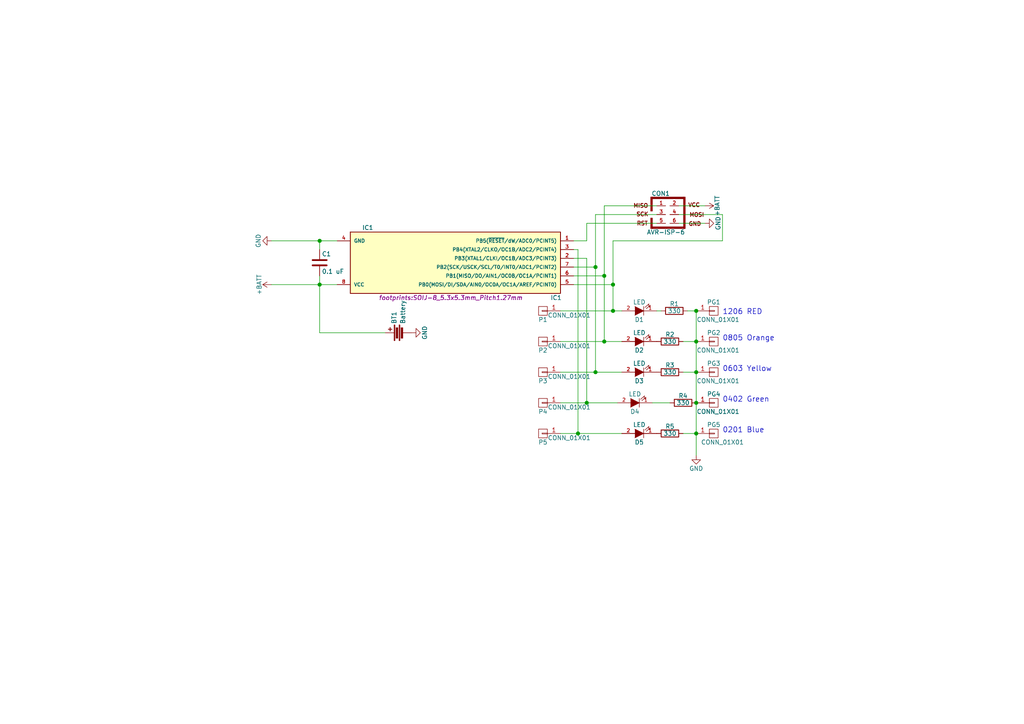
<source format=kicad_sch>
(kicad_sch (version 20200828) (generator eeschema)
  (page 3 3)
  (paper "A4")
  (title_block (title "SMD Challenge") (date "2020-10-05") (company "Original design by MakersBox, modified for Remoticon badge by @thomasflummer") (comment 1 "CC-BY-SA"))
  (lib_symbols
    (symbol "schematic:+BATT" (power) (pin_names (offset 0))
      (property "Value" "+BATT" (at 0 3.556 0))
      (symbol "+BATT_0_1"
        (polyline (pts (xy -0.762 1.27) (xy 0 2.54)))
        (polyline (pts (xy 0 0) (xy 0 2.54)))
        (polyline (pts (xy 0 2.54) (xy 0.762 1.27)))
      )
      (symbol "+BATT_1_1"
        (pin power_in line (at 0 0 90) (length 0) hide (name "+BATT") (number "1"))
      )
    )
    (symbol "schematic:ATTINY85-S" (pin_names (offset 1.016))
      (property "Reference" "IC" (at -29.21 10.16 0))
      (property "Value" "ATTINY85-S" (at 25.4 -10.16 0))
      (property "Footprint" "SO8-200" (at 24.13 0 0))
      (symbol "ATTINY85-S_0_1"
        (rectangle (start -30.48 8.89) (end 30.48 -8.89) (stroke (width 0.254)) (fill (type background)))
      )
      (symbol "ATTINY85-S_1_1"
        (pin bidirectional line (at -34.29 -6.35 0) (length 3.81) (name "PB5(~RESET~/dW/ADC0/PCINT5)") (number "1"))
        (pin bidirectional line (at -34.29 -1.27 0) (length 3.81) (name "PB3(XTAL1/CLKI/OC1B/ADC3/PCINT3)") (number "2"))
        (pin bidirectional line (at -34.29 -3.81 0) (length 3.81) (name "PB4(XTAL2/CLKO/OC1B/ADC2/PCINT4)") (number "3"))
        (pin power_in line (at 34.29 -6.35 180) (length 3.81) (name "GND") (number "4"))
        (pin bidirectional line (at -34.29 6.35 0) (length 3.81) (name "PB0(MOSI/DI/SDA/AIN0/OC0A/OC1A/AREF/PCINT0)") (number "5"))
        (pin bidirectional line (at -34.29 3.81 0) (length 3.81) (name "PB1(MISO/DO/AIN1/OC0B/OC1A/PCINT1)") (number "6"))
        (pin bidirectional line (at -34.29 1.27 0) (length 3.81) (name "PB2(SCK/USCK/SCL/T0/INT0/ADC1/PCINT2)") (number "7"))
        (pin power_in line (at 34.29 6.35 180) (length 3.81) (name "VCC") (number "8"))
      )
    )
    (symbol "schematic:AVR-ISP-6" (pin_names (offset 1.016))
      (property "Reference" "CON" (at -2.667 6.096 0))
      (property "Value" "AVR-ISP-6" (at -6.731 -5.842 0))
      (symbol "AVR-ISP-6_0_0"
        (text "SCK" (at -8.001 0.127 0) (effects (font (size 1.143 1.143) bold)))
        (text "VCC" (at 6.985 2.794 0) (effects (font (size 1.143 1.143) bold)))
      )
      (symbol "AVR-ISP-6_1_0"
        (text "GND" (at 7.239 -2.667 0) (effects (font (size 1.143 1.143) bold)))
        (text "MISO" (at -8.4582 2.5908 0) (effects (font (size 1.143 1.143) bold)))
        (text "MOSI" (at 7.7978 -0.0508 0) (effects (font (size 1.143 1.143) bold)))
        (text "RST" (at -8.001 -2.54 0) (effects (font (size 1.143 1.143) bold)))
      )
      (symbol "AVR-ISP-6_0_1"
        (rectangle (start -5.207 -3.556) (end 4.191 -4.064) (fill (type outline)))
        (rectangle (start -5.207 5.08) (end 3.937 4.572) (fill (type outline)))
        (rectangle (start -5.08 -4.064) (end -5.588 -1.016) (fill (type outline)))
        (rectangle (start -5.08 5.08) (end -5.588 1.016) (fill (type outline)))
        (rectangle (start 3.937 5.08) (end 4.445 -4.064) (fill (type outline)))
      )
      (symbol "AVR-ISP-6_1_1"
        (pin passive line (at -3.81 2.54 0) (length 2.54) (name "~") (number "1"))
        (pin passive line (at 2.54 2.54 180) (length 2.54) (name "~") (number "2"))
        (pin passive line (at -3.81 0 0) (length 2.54) (name "~") (number "3"))
        (pin passive line (at 2.54 0 180) (length 2.54) (name "~") (number "4"))
        (pin passive line (at -3.81 -2.54 0) (length 2.54) (name "~") (number "5"))
        (pin passive line (at 2.54 -2.54 180) (length 2.54) (name "~") (number "6"))
      )
    )
    (symbol "schematic:Battery" (pin_numbers hide) (pin_names (offset 0))
      (property "Reference" "BT" (at 2.54 1.27 0))
      (property "Value" "Battery" (at 2.54 -1.27 0))
      (symbol "Battery_0_1"
        (rectangle (start -2.286 -0.1778) (end 2.286 -0.4318) (fill (type outline)))
        (rectangle (start -2.286 1.27) (end 2.286 1.016) (fill (type outline)))
        (rectangle (start -1.5748 -0.762) (end 1.4732 -1.27) (fill (type outline)))
        (rectangle (start -1.5748 0.6858) (end 1.4732 0.1778) (fill (type outline)))
        (polyline (pts (xy 0.508 2.413) (xy 1.524 2.413)) (stroke (width 0.254)))
        (polyline (pts (xy 1.016 2.921) (xy 1.016 1.905)) (stroke (width 0.254)))
      )
      (symbol "Battery_1_1"
        (pin passive line (at 0 3.81 270) (length 2.54) (name "~") (number "1"))
        (pin passive line (at 0 -3.81 90) (length 2.54) (name "~") (number "2"))
      )
    )
    (symbol "schematic:C" (pin_numbers hide) (pin_names (offset 0.254))
      (property "Reference" "C" (at 0.635 2.54 0))
      (property "Value" "C" (at 0.635 -2.54 0))
      (symbol "C_0_1"
        (polyline (pts (xy -2.032 -0.762) (xy 2.032 -0.762)) (stroke (width 0.508)))
        (polyline (pts (xy -2.032 0.762) (xy 2.032 0.762)) (stroke (width 0.508)))
      )
      (symbol "C_1_1"
        (pin passive line (at 0 3.81 270) (length 2.794) (name "~") (number "1"))
        (pin passive line (at 0 -3.81 90) (length 2.794) (name "~") (number "2"))
      )
    )
    (symbol "schematic:CONN_01X01" (pin_names (offset 1.016) hide)
      (property "Reference" "P" (at 0 2.54 0))
      (property "Value" "CONN_01X01" (at 2.54 0 90))
      (symbol "CONN_01X01_0_1"
        (rectangle (start -1.27 0.127) (end 0.254 -0.127))
        (rectangle (start -1.27 1.27) (end 1.27 -1.27))
      )
      (symbol "CONN_01X01_1_1"
        (pin passive line (at -5.08 0 0) (length 3.81) (name "P1") (number "1"))
      )
    )
    (symbol "schematic:GND" (power) (pin_names (offset 0))
      (property "Value" "GND" (at 0 -3.81 0))
      (symbol "GND_0_1"
        (polyline (pts (xy 0 0) (xy 0 -1.27) (xy 1.27 -1.27) (xy 0 -2.54) (xy -1.27 -1.27) (xy 0 -1.27)))
      )
      (symbol "GND_1_1"
        (pin power_in line (at 0 0 270) (length 0) hide (name "GND") (number "1"))
      )
    )
    (symbol "schematic:LED" (pin_names (offset 1.016) hide)
      (property "Reference" "D" (at 0 2.54 0))
      (property "Value" "LED" (at 0 -2.54 0))
      (symbol "LED_0_1"
        (polyline (pts (xy -1.27 1.27) (xy -1.27 -1.27)))
        (polyline (pts (xy -2.032 -0.635) (xy -3.175 -1.651) (xy -3.048 -1.016)))
        (polyline (pts (xy -1.651 -1.016) (xy -2.794 -2.032) (xy -2.667 -1.397)))
        (polyline (pts (xy 1.27 1.27) (xy -1.27 0) (xy 1.27 -1.27)) (fill (type outline)))
      )
      (symbol "LED_1_1"
        (pin passive line (at -5.08 0 0) (length 3.81) (name "K") (number "1"))
        (pin passive line (at 5.08 0 180) (length 3.81) (name "A") (number "2"))
      )
    )
    (symbol "schematic:R" (pin_numbers hide) (pin_names (offset 0))
      (property "Reference" "R" (at 2.032 0 90))
      (property "Value" "R" (at 0 0 90))
      (symbol "R_0_1"
        (rectangle (start -1.016 -2.54) (end 1.016 2.54) (stroke (width 0.254)))
      )
      (symbol "R_1_1"
        (pin passive line (at 0 3.81 270) (length 1.27) (name "~") (number "1"))
        (pin passive line (at 0 -3.81 90) (length 1.27) (name "~") (number "2"))
      )
    )
  )
  (junction (at 92.71 69.85) (diameter 1.016))
  (junction (at 92.71 82.55) (diameter 1.016))
  (junction (at 167.64 125.73) (diameter 1.016))
  (junction (at 170.18 116.84) (diameter 1.016))
  (junction (at 172.72 77.47) (diameter 1.016))
  (junction (at 172.72 107.95) (diameter 1.016))
  (junction (at 175.26 80.01) (diameter 1.016))
  (junction (at 175.26 99.06) (diameter 1.016))
  (junction (at 177.8 82.55) (diameter 1.016))
  (junction (at 177.8 90.17) (diameter 1.016))
  (junction (at 201.93 90.17) (diameter 1.016))
  (junction (at 201.93 99.06) (diameter 1.016))
  (junction (at 201.93 107.95) (diameter 1.016))
  (junction (at 201.93 116.84) (diameter 1.016))
  (junction (at 201.93 125.73) (diameter 1.016))
  (wire (pts (xy 78.74 69.85) (xy 92.71 69.85)))
  (wire (pts (xy 78.74 82.55) (xy 92.71 82.55)))
  (wire (pts (xy 92.71 69.85) (xy 97.79 69.85)))
  (wire (pts (xy 92.71 72.39) (xy 92.71 69.85)))
  (wire (pts (xy 92.71 80.01) (xy 92.71 82.55)))
  (wire (pts (xy 92.71 82.55) (xy 92.71 96.52)))
  (wire (pts (xy 92.71 82.55) (xy 97.79 82.55)))
  (wire (pts (xy 92.71 96.52) (xy 111.76 96.52)))
  (wire (pts (xy 162.56 90.17) (xy 177.8 90.17)))
  (wire (pts (xy 162.56 99.06) (xy 175.26 99.06)))
  (wire (pts (xy 162.56 107.95) (xy 172.72 107.95)))
  (wire (pts (xy 162.56 116.84) (xy 170.18 116.84)))
  (wire (pts (xy 162.56 125.73) (xy 167.64 125.73)))
  (wire (pts (xy 166.37 69.85) (xy 170.18 69.85)))
  (wire (pts (xy 166.37 72.39) (xy 167.64 72.39)))
  (wire (pts (xy 166.37 74.93) (xy 170.18 74.93)))
  (wire (pts (xy 166.37 77.47) (xy 172.72 77.47)))
  (wire (pts (xy 166.37 80.01) (xy 175.26 80.01)))
  (wire (pts (xy 166.37 82.55) (xy 177.8 82.55)))
  (wire (pts (xy 167.64 72.39) (xy 167.64 125.73)))
  (wire (pts (xy 167.64 125.73) (xy 180.34 125.73)))
  (wire (pts (xy 170.18 64.77) (xy 190.5 64.77)))
  (wire (pts (xy 170.18 69.85) (xy 170.18 64.77)))
  (wire (pts (xy 170.18 74.93) (xy 170.18 116.84)))
  (wire (pts (xy 170.18 116.84) (xy 179.07 116.84)))
  (wire (pts (xy 172.72 62.23) (xy 172.72 77.47)))
  (wire (pts (xy 172.72 62.23) (xy 190.5 62.23)))
  (wire (pts (xy 172.72 77.47) (xy 172.72 107.95)))
  (wire (pts (xy 172.72 107.95) (xy 180.34 107.95)))
  (wire (pts (xy 175.26 59.69) (xy 175.26 80.01)))
  (wire (pts (xy 175.26 59.69) (xy 190.5 59.69)))
  (wire (pts (xy 175.26 80.01) (xy 175.26 99.06)))
  (wire (pts (xy 175.26 99.06) (xy 180.34 99.06)))
  (wire (pts (xy 177.8 69.85) (xy 177.8 82.55)))
  (wire (pts (xy 177.8 82.55) (xy 177.8 90.17)))
  (wire (pts (xy 177.8 90.17) (xy 180.34 90.17)))
  (wire (pts (xy 189.23 116.84) (xy 194.31 116.84)))
  (wire (pts (xy 190.5 90.17) (xy 191.77 90.17)))
  (wire (pts (xy 196.85 62.23) (xy 209.55 62.23)))
  (wire (pts (xy 198.12 99.06) (xy 201.93 99.06)))
  (wire (pts (xy 199.39 90.17) (xy 201.93 90.17)))
  (wire (pts (xy 201.93 90.17) (xy 201.93 99.06)))
  (wire (pts (xy 201.93 99.06) (xy 201.93 107.95)))
  (wire (pts (xy 201.93 107.95) (xy 198.12 107.95)))
  (wire (pts (xy 201.93 107.95) (xy 201.93 116.84)))
  (wire (pts (xy 201.93 116.84) (xy 201.93 125.73)))
  (wire (pts (xy 201.93 125.73) (xy 198.12 125.73)))
  (wire (pts (xy 201.93 125.73) (xy 201.93 132.08)))
  (wire (pts (xy 204.47 59.69) (xy 196.85 59.69)))
  (wire (pts (xy 204.47 64.77) (xy 196.85 64.77)))
  (wire (pts (xy 209.55 62.23) (xy 209.55 69.85)))
  (wire (pts (xy 209.55 69.85) (xy 177.8 69.85)))
  (text "1206 RED" (at 209.55 91.44 0) (effects (font (size 1.524 1.524)) (justify left bottom)))
  (text "0805 Orange" (at 209.55 99.06 0) (effects (font (size 1.524 1.524)) (justify left bottom)))
  (text "0603 Yellow" (at 209.55 107.95 0) (effects (font (size 1.524 1.524)) (justify left bottom)))
  (text "0402 Green" (at 209.55 116.84 0) (effects (font (size 1.524 1.524)) (justify left bottom)))
  (text "0201 Blue" (at 209.55 125.73 0) (effects (font (size 1.524 1.524)) (justify left bottom)))
  (symbol (lib_id "schematic:+BATT") (at 78.74 82.55 90) (unit 1)
    (property "Reference" "#PWR04" (effects hide))
    (property "Value" "+BATT" (at 75.184 82.55 0))
  )
  (symbol (lib_id "schematic:+BATT") (at 204.47 59.69 270) (unit 1)
    (property "Reference" "#PWR01" (effects hide))
    (property "Value" "+BATT" (at 208.026 59.69 0))
  )
  (symbol (lib_id "schematic:GND") (at 78.74 69.85 270) (unit 1)
    (property "Reference" "#PWR03" (effects hide))
    (property "Value" "GND" (at 74.93 69.85 0))
  )
  (symbol (lib_id "schematic:GND") (at 119.38 96.52 90) (unit 1)
    (property "Reference" "#PWR05" (effects hide))
    (property "Value" "GND" (at 123.19 96.52 0))
  )
  (symbol (lib_id "schematic:GND") (at 201.93 132.08 0) (unit 1)
    (property "Reference" "#PWR06" (effects hide))
    (property "Value" "GND" (at 201.93 135.89 0))
  )
  (symbol (lib_id "schematic:GND") (at 204.47 64.77 90) (unit 1)
    (property "Reference" "#PWR02" (effects hide))
    (property "Value" "GND" (at 208.28 64.77 0))
  )
  (symbol (lib_id "schematic:CONN_01X01") (at 157.48 90.17 180) (unit 1)
    (property "Reference" "P1" (at 157.48 92.71 0))
    (property "Value" "CONN_01X01" (at 165.1 91.44 0))
    (property "Footprint" "footprints:testPad" (effects hide))
  )
  (symbol (lib_id "schematic:CONN_01X01") (at 157.48 99.06 180) (unit 1)
    (property "Reference" "P2" (at 157.48 101.6 0))
    (property "Value" "CONN_01X01" (at 165.1 100.33 0))
    (property "Footprint" "footprints:testPad" (effects hide))
  )
  (symbol (lib_id "schematic:CONN_01X01") (at 157.48 107.95 180) (unit 1)
    (property "Reference" "P3" (at 157.48 110.49 0))
    (property "Value" "CONN_01X01" (at 165.1 109.22 0))
    (property "Footprint" "footprints:testPad" (effects hide))
  )
  (symbol (lib_id "schematic:CONN_01X01") (at 157.48 116.84 180) (unit 1)
    (property "Reference" "P4" (at 157.48 119.38 0))
    (property "Value" "CONN_01X01" (at 165.1 118.11 0))
    (property "Footprint" "footprints:testPad" (effects hide))
  )
  (symbol (lib_id "schematic:CONN_01X01") (at 157.48 125.73 180) (unit 1)
    (property "Reference" "P5" (at 157.48 128.27 0))
    (property "Value" "CONN_01X01" (at 165.1 127 0))
    (property "Footprint" "footprints:testPad" (effects hide))
  )
  (symbol (lib_id "schematic:CONN_01X01") (at 207.01 90.17 0) (unit 1)
    (property "Reference" "PG1" (at 207.01 87.63 0))
    (property "Value" "CONN_01X01" (at 208.28 92.71 0))
    (property "Footprint" "footprints:testPad" (effects hide))
  )
  (symbol (lib_id "schematic:CONN_01X01") (at 207.01 99.06 0) (unit 1)
    (property "Reference" "PG2" (at 207.01 96.52 0))
    (property "Value" "CONN_01X01" (at 208.28 101.6 0))
    (property "Footprint" "footprints:testPad" (effects hide))
  )
  (symbol (lib_id "schematic:CONN_01X01") (at 207.01 107.95 0) (unit 1)
    (property "Reference" "PG3" (at 207.01 105.41 0))
    (property "Value" "CONN_01X01" (at 208.28 110.49 0))
    (property "Footprint" "footprints:testPad" (effects hide))
  )
  (symbol (lib_id "schematic:CONN_01X01") (at 207.01 116.84 0) (unit 1)
    (property "Reference" "PG4" (at 207.01 114.3 0))
    (property "Value" "CONN_01X01" (at 208.28 119.38 0))
    (property "Footprint" "footprints:testPad" (effects hide))
  )
  (symbol (lib_id "schematic:CONN_01X01") (at 207.01 125.73 0) (unit 1)
    (property "Reference" "PG5" (at 207.01 123.19 0))
    (property "Value" "CONN_01X01" (at 209.55 128.27 0))
    (property "Footprint" "footprints:testPad" (effects hide))
  )
  (symbol (lib_id "schematic:R") (at 194.31 99.06 90) (unit 1)
    (property "Reference" "R2" (at 194.31 97.028 90))
    (property "Value" "330" (at 194.31 99.06 90))
    (property "Footprint" "footprints:R_0805" (effects hide))
  )
  (symbol (lib_id "schematic:R") (at 194.31 107.95 90) (unit 1)
    (property "Reference" "R3" (at 194.31 105.918 90))
    (property "Value" "330" (at 194.31 107.95 90))
    (property "Footprint" "footprints:R_0603" (effects hide))
  )
  (symbol (lib_id "schematic:R") (at 194.31 125.73 90) (unit 1)
    (property "Reference" "R5" (at 194.31 123.698 90))
    (property "Value" "330" (at 194.31 125.73 90))
    (property "Footprint" "footprints:R_0201" (effects hide))
  )
  (symbol (lib_id "schematic:R") (at 195.58 90.17 90) (unit 1)
    (property "Reference" "R1" (at 195.58 88.138 90))
    (property "Value" "330" (at 195.58 90.17 90))
    (property "Footprint" "footprints:R_1206" (effects hide))
  )
  (symbol (lib_id "schematic:R") (at 198.12 116.84 90) (unit 1)
    (property "Reference" "R4" (at 198.12 114.808 90))
    (property "Value" "330" (at 198.12 116.84 90))
    (property "Footprint" "footprints:R_0402" (effects hide))
  )
  (symbol (lib_id "schematic:LED") (at 184.15 116.84 180) (unit 1)
    (property "Reference" "D4" (at 184.15 119.38 0))
    (property "Value" "LED" (at 184.15 114.3 0))
    (property "Footprint" "footprints:LED_0402" (effects hide))
  )
  (symbol (lib_id "schematic:LED") (at 185.42 90.17 180) (unit 1)
    (property "Reference" "D1" (at 185.42 92.71 0))
    (property "Value" "LED" (at 185.42 87.63 0))
    (property "Footprint" "footprints:LED-1206" (effects hide))
  )
  (symbol (lib_id "schematic:LED") (at 185.42 99.06 180) (unit 1)
    (property "Reference" "D2" (at 185.42 101.6 0))
    (property "Value" "LED" (at 185.42 96.52 0))
    (property "Footprint" "footprints:LED-0805" (effects hide))
  )
  (symbol (lib_id "schematic:LED") (at 185.42 107.95 180) (unit 1)
    (property "Reference" "D3" (at 185.42 110.49 0))
    (property "Value" "LED" (at 185.42 105.41 0))
    (property "Footprint" "footprints:LED-0603" (effects hide))
  )
  (symbol (lib_id "schematic:LED") (at 185.42 125.73 180) (unit 1)
    (property "Reference" "D5" (at 185.42 128.27 0))
    (property "Value" "LED" (at 185.42 123.19 0))
    (property "Footprint" "footprints:LED_0201" (effects hide))
  )
  (symbol (lib_id "schematic:C") (at 92.71 76.2 0) (unit 1)
    (property "Reference" "C1" (at 93.345 73.66 0) (effects (justify left)))
    (property "Value" "0.1 uF" (at 93.345 78.74 0) (effects (justify left)))
    (property "Footprint" "footprints:C_1206_HandSoldering" (effects hide))
  )
  (symbol (lib_id "schematic:Battery") (at 115.57 96.52 90) (unit 1)
    (property "Reference" "BT1" (at 114.3 93.98 0) (effects (justify left)))
    (property "Value" "Battery" (at 116.84 93.98 0) (effects (justify left)))
    (property "Footprint" "footprints:BATT_CR2032_SMD" (effects hide))
  )
  (symbol (lib_id "schematic:AVR-ISP-6") (at 194.31 62.23 0) (unit 1)
    (property "Reference" "CON1" (at 191.643 56.134 0))
    (property "Value" "AVR-ISP-6" (at 187.579 68.072 0) (effects (justify left bottom)))
    (property "Footprint" "footprints:AVR-ISP-6" (effects hide))
  )
  (symbol (lib_id "schematic:ATTINY85-S") (at 132.08 76.2 180) (unit 1)
    (property "Reference" "IC1" (at 161.29 86.36 0))
    (property "Value" "IC1" (at 106.68 66.04 0))
    (property "Footprint" "footprints:SOIJ-8_5.3x5.3mm_Pitch1.27mm" (at 130.81 86.36 0) (effects (font italic)))
  )
)
</source>
